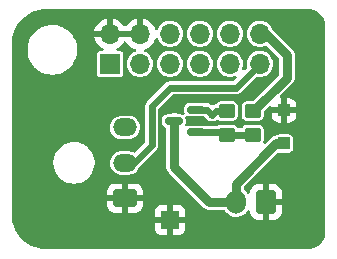
<source format=gtl>
G04 #@! TF.GenerationSoftware,KiCad,Pcbnew,7.0.10*
G04 #@! TF.CreationDate,2024-02-05T22:52:07+01:00*
G04 #@! TF.ProjectId,PowerPCB,506f7765-7250-4434-922e-6b696361645f,rev?*
G04 #@! TF.SameCoordinates,Original*
G04 #@! TF.FileFunction,Copper,L1,Top*
G04 #@! TF.FilePolarity,Positive*
%FSLAX46Y46*%
G04 Gerber Fmt 4.6, Leading zero omitted, Abs format (unit mm)*
G04 Created by KiCad (PCBNEW 7.0.10) date 2024-02-05 22:52:07*
%MOMM*%
%LPD*%
G01*
G04 APERTURE LIST*
G04 Aperture macros list*
%AMRoundRect*
0 Rectangle with rounded corners*
0 $1 Rounding radius*
0 $2 $3 $4 $5 $6 $7 $8 $9 X,Y pos of 4 corners*
0 Add a 4 corners polygon primitive as box body*
4,1,4,$2,$3,$4,$5,$6,$7,$8,$9,$2,$3,0*
0 Add four circle primitives for the rounded corners*
1,1,$1+$1,$2,$3*
1,1,$1+$1,$4,$5*
1,1,$1+$1,$6,$7*
1,1,$1+$1,$8,$9*
0 Add four rect primitives between the rounded corners*
20,1,$1+$1,$2,$3,$4,$5,0*
20,1,$1+$1,$4,$5,$6,$7,0*
20,1,$1+$1,$6,$7,$8,$9,0*
20,1,$1+$1,$8,$9,$2,$3,0*%
G04 Aperture macros list end*
G04 #@! TA.AperFunction,SMDPad,CuDef*
%ADD10RoundRect,0.250000X-0.450000X0.350000X-0.450000X-0.350000X0.450000X-0.350000X0.450000X0.350000X0*%
G04 #@! TD*
G04 #@! TA.AperFunction,SMDPad,CuDef*
%ADD11RoundRect,0.250000X0.450000X-0.350000X0.450000X0.350000X-0.450000X0.350000X-0.450000X-0.350000X0*%
G04 #@! TD*
G04 #@! TA.AperFunction,ComponentPad*
%ADD12R,1.500000X1.500000*%
G04 #@! TD*
G04 #@! TA.AperFunction,SMDPad,CuDef*
%ADD13RoundRect,0.250000X-0.300000X0.300000X-0.300000X-0.300000X0.300000X-0.300000X0.300000X0.300000X0*%
G04 #@! TD*
G04 #@! TA.AperFunction,ComponentPad*
%ADD14RoundRect,0.250000X0.600000X0.750000X-0.600000X0.750000X-0.600000X-0.750000X0.600000X-0.750000X0*%
G04 #@! TD*
G04 #@! TA.AperFunction,ComponentPad*
%ADD15O,1.700000X2.000000*%
G04 #@! TD*
G04 #@! TA.AperFunction,SMDPad,CuDef*
%ADD16RoundRect,0.150000X0.587500X0.150000X-0.587500X0.150000X-0.587500X-0.150000X0.587500X-0.150000X0*%
G04 #@! TD*
G04 #@! TA.AperFunction,ComponentPad*
%ADD17RoundRect,0.250001X0.759999X-0.499999X0.759999X0.499999X-0.759999X0.499999X-0.759999X-0.499999X0*%
G04 #@! TD*
G04 #@! TA.AperFunction,ComponentPad*
%ADD18O,2.020000X1.500000*%
G04 #@! TD*
G04 #@! TA.AperFunction,ComponentPad*
%ADD19R,1.700000X1.700000*%
G04 #@! TD*
G04 #@! TA.AperFunction,ComponentPad*
%ADD20O,1.700000X1.700000*%
G04 #@! TD*
G04 #@! TA.AperFunction,ViaPad*
%ADD21C,0.600000*%
G04 #@! TD*
G04 #@! TA.AperFunction,Conductor*
%ADD22C,0.600000*%
G04 #@! TD*
G04 #@! TA.AperFunction,Conductor*
%ADD23C,0.800000*%
G04 #@! TD*
G04 APERTURE END LIST*
D10*
X120477000Y-52684250D03*
X120477000Y-54684250D03*
D11*
X118266250Y-54684250D03*
X118266250Y-52684250D03*
D12*
X113462000Y-61900000D03*
D13*
X123114000Y-52626000D03*
X123114000Y-55426000D03*
D14*
X121570000Y-60393000D03*
D15*
X119070000Y-60393000D03*
D16*
X115669500Y-54468000D03*
X115669500Y-52568000D03*
X113794500Y-53518000D03*
D17*
X109654000Y-60074000D03*
D18*
X109654000Y-57074000D03*
X109654000Y-54074000D03*
D19*
X108382000Y-48692000D03*
D20*
X108382000Y-46152000D03*
X110922000Y-48692000D03*
X110922000Y-46152000D03*
X113462000Y-48692000D03*
X113462000Y-46152000D03*
X116002000Y-48692000D03*
X116002000Y-46152000D03*
X118542000Y-48692000D03*
X118542000Y-46152000D03*
X121082000Y-48692000D03*
X121082000Y-46152000D03*
D21*
X117018000Y-53010000D03*
D22*
X118266250Y-54684250D02*
X120477000Y-54684250D01*
X118050000Y-54468000D02*
X118266250Y-54684250D01*
X115669500Y-54468000D02*
X118050000Y-54468000D01*
X116576000Y-52568000D02*
X117018000Y-53010000D01*
X115669500Y-52568000D02*
X116576000Y-52568000D01*
X118266250Y-52684250D02*
X117343750Y-52684250D01*
X117343750Y-52684250D02*
X117018000Y-53010000D01*
X118266250Y-52684250D02*
X118266250Y-52771750D01*
D23*
X123368000Y-47930000D02*
X123368000Y-49880750D01*
X123368000Y-49880750D02*
X120477000Y-52684250D01*
X121590000Y-46152000D02*
X123368000Y-47930000D01*
X121082000Y-46152000D02*
X121590000Y-46152000D01*
X119070000Y-58832000D02*
X119070000Y-60393000D01*
X116781000Y-60393000D02*
X119070000Y-60393000D01*
X113794500Y-53518000D02*
X113794500Y-57406500D01*
X123114000Y-55426000D02*
X122476000Y-55426000D01*
X113794500Y-57406500D02*
X116781000Y-60393000D01*
X122476000Y-55426000D02*
X119070000Y-58832000D01*
D22*
X111938000Y-52248000D02*
X111938000Y-55550000D01*
X110414000Y-57074000D02*
X109654000Y-57074000D01*
X111938000Y-55550000D02*
X110414000Y-57074000D01*
X113462000Y-50724000D02*
X111938000Y-52248000D01*
X121082000Y-48692000D02*
X119050000Y-50724000D01*
X119050000Y-50724000D02*
X113462000Y-50724000D01*
G04 #@! TA.AperFunction,Conductor*
G36*
X110462507Y-45942156D02*
G01*
X110422000Y-46080111D01*
X110422000Y-46223889D01*
X110462507Y-46361844D01*
X110488314Y-46402000D01*
X108815686Y-46402000D01*
X108841493Y-46361844D01*
X108882000Y-46223889D01*
X108882000Y-46080111D01*
X108841493Y-45942156D01*
X108815686Y-45902000D01*
X110488314Y-45902000D01*
X110462507Y-45942156D01*
G37*
G04 #@! TD.AperFunction*
G04 #@! TA.AperFunction,Conductor*
G36*
X125174853Y-44050881D02*
G01*
X125387028Y-44067580D01*
X125406237Y-44070623D01*
X125608437Y-44119167D01*
X125626930Y-44125176D01*
X125784353Y-44190382D01*
X125819044Y-44204752D01*
X125836381Y-44213586D01*
X126013672Y-44322230D01*
X126029414Y-44333667D01*
X126187530Y-44468711D01*
X126201288Y-44482469D01*
X126336332Y-44640585D01*
X126347769Y-44656327D01*
X126456413Y-44833618D01*
X126465247Y-44850955D01*
X126544821Y-45043063D01*
X126550834Y-45061569D01*
X126599375Y-45263757D01*
X126602419Y-45282975D01*
X126619118Y-45495146D01*
X126619500Y-45504875D01*
X126619500Y-62934284D01*
X126619045Y-62944896D01*
X126600897Y-63156172D01*
X126597763Y-63175177D01*
X126548153Y-63376874D01*
X126542114Y-63395164D01*
X126461866Y-63586747D01*
X126453067Y-63603881D01*
X126344113Y-63780731D01*
X126332766Y-63796296D01*
X126197748Y-63954128D01*
X126184128Y-63967748D01*
X126026296Y-64102766D01*
X126010731Y-64114113D01*
X125833881Y-64223067D01*
X125816747Y-64231866D01*
X125625164Y-64312114D01*
X125606874Y-64318153D01*
X125405177Y-64367763D01*
X125386172Y-64370897D01*
X125174896Y-64389045D01*
X125164284Y-64389500D01*
X103003481Y-64389500D01*
X102996528Y-64389305D01*
X102676712Y-64371344D01*
X102662894Y-64369787D01*
X102350542Y-64316716D01*
X102336985Y-64313622D01*
X102032530Y-64225910D01*
X102019406Y-64221317D01*
X101726695Y-64100073D01*
X101714166Y-64094040D01*
X101436860Y-63940778D01*
X101425094Y-63933385D01*
X101166687Y-63750035D01*
X101155825Y-63741372D01*
X100919581Y-63530250D01*
X100909749Y-63520418D01*
X100698627Y-63284174D01*
X100689966Y-63273314D01*
X100506611Y-63014900D01*
X100499221Y-63003139D01*
X100345955Y-62725826D01*
X100339926Y-62713304D01*
X100218682Y-62420593D01*
X100214089Y-62407469D01*
X100139913Y-62150000D01*
X112212000Y-62150000D01*
X112212000Y-62697844D01*
X112218401Y-62757372D01*
X112218403Y-62757379D01*
X112268645Y-62892086D01*
X112268649Y-62892093D01*
X112354809Y-63007187D01*
X112354812Y-63007190D01*
X112469906Y-63093350D01*
X112469913Y-63093354D01*
X112604620Y-63143596D01*
X112604627Y-63143598D01*
X112664155Y-63149999D01*
X112664172Y-63150000D01*
X113212000Y-63150000D01*
X113212000Y-62150000D01*
X112212000Y-62150000D01*
X100139913Y-62150000D01*
X100126377Y-62103014D01*
X100123283Y-62089457D01*
X100105893Y-61987108D01*
X100096071Y-61929302D01*
X113108372Y-61929302D01*
X113137047Y-62042538D01*
X113200936Y-62140327D01*
X113293115Y-62212072D01*
X113403595Y-62250000D01*
X113491005Y-62250000D01*
X113577216Y-62235614D01*
X113679947Y-62180019D01*
X113707581Y-62150000D01*
X113712000Y-62150000D01*
X113712000Y-63150000D01*
X114259828Y-63150000D01*
X114259844Y-63149999D01*
X114319372Y-63143598D01*
X114319379Y-63143596D01*
X114454086Y-63093354D01*
X114454093Y-63093350D01*
X114569187Y-63007190D01*
X114569190Y-63007187D01*
X114655350Y-62892093D01*
X114655354Y-62892086D01*
X114705596Y-62757379D01*
X114705598Y-62757372D01*
X114711999Y-62697844D01*
X114712000Y-62697827D01*
X114712000Y-62150000D01*
X113712000Y-62150000D01*
X113707581Y-62150000D01*
X113759060Y-62094079D01*
X113805982Y-61987108D01*
X113815628Y-61870698D01*
X113786953Y-61757462D01*
X113723064Y-61659673D01*
X113630885Y-61587928D01*
X113520405Y-61550000D01*
X113432995Y-61550000D01*
X113346784Y-61564386D01*
X113244053Y-61619981D01*
X113164940Y-61705921D01*
X113118018Y-61812892D01*
X113108372Y-61929302D01*
X100096071Y-61929302D01*
X100070210Y-61777094D01*
X100068656Y-61763297D01*
X100062293Y-61650000D01*
X112212000Y-61650000D01*
X113212000Y-61650000D01*
X113212000Y-60650000D01*
X113712000Y-60650000D01*
X113712000Y-61650000D01*
X114712000Y-61650000D01*
X114712000Y-61102172D01*
X114711999Y-61102155D01*
X114705598Y-61042627D01*
X114705596Y-61042620D01*
X114655354Y-60907913D01*
X114655350Y-60907906D01*
X114569190Y-60792812D01*
X114569187Y-60792809D01*
X114454093Y-60706649D01*
X114454086Y-60706645D01*
X114319379Y-60656403D01*
X114319372Y-60656401D01*
X114259844Y-60650000D01*
X113712000Y-60650000D01*
X113212000Y-60650000D01*
X112664155Y-60650000D01*
X112604627Y-60656401D01*
X112604620Y-60656403D01*
X112469913Y-60706645D01*
X112469906Y-60706649D01*
X112354812Y-60792809D01*
X112354809Y-60792812D01*
X112268649Y-60907906D01*
X112268645Y-60907913D01*
X112218403Y-61042620D01*
X112218401Y-61042627D01*
X112212000Y-61102155D01*
X112212000Y-61650000D01*
X100062293Y-61650000D01*
X100050695Y-61443472D01*
X100050500Y-61436519D01*
X100050500Y-60623985D01*
X108144000Y-60623985D01*
X108154493Y-60726689D01*
X108154494Y-60726696D01*
X108209641Y-60893118D01*
X108209643Y-60893123D01*
X108301684Y-61042344D01*
X108425655Y-61166315D01*
X108574876Y-61258356D01*
X108574881Y-61258358D01*
X108741303Y-61313505D01*
X108741310Y-61313506D01*
X108844014Y-61323999D01*
X108844027Y-61324000D01*
X109404000Y-61324000D01*
X109404000Y-60520494D01*
X109508839Y-60568373D01*
X109617527Y-60584000D01*
X109690473Y-60584000D01*
X109799161Y-60568373D01*
X109904000Y-60520494D01*
X109904000Y-61324000D01*
X110463973Y-61324000D01*
X110463985Y-61323999D01*
X110566689Y-61313506D01*
X110566696Y-61313505D01*
X110733118Y-61258358D01*
X110733123Y-61258356D01*
X110882344Y-61166315D01*
X111006315Y-61042344D01*
X111098356Y-60893123D01*
X111098358Y-60893118D01*
X111153505Y-60726696D01*
X111153506Y-60726689D01*
X111163999Y-60623985D01*
X111164000Y-60623972D01*
X111164000Y-60324000D01*
X110099572Y-60324000D01*
X110122682Y-60288040D01*
X110164000Y-60147327D01*
X110164000Y-60000673D01*
X110122682Y-59859960D01*
X110099572Y-59824000D01*
X111164000Y-59824000D01*
X111164000Y-59524027D01*
X111163999Y-59524014D01*
X111153506Y-59421310D01*
X111153505Y-59421303D01*
X111098358Y-59254881D01*
X111098356Y-59254876D01*
X111006315Y-59105655D01*
X110882344Y-58981684D01*
X110733123Y-58889643D01*
X110733118Y-58889641D01*
X110566696Y-58834494D01*
X110566689Y-58834493D01*
X110463985Y-58824000D01*
X109904000Y-58824000D01*
X109904000Y-59627505D01*
X109799161Y-59579627D01*
X109690473Y-59564000D01*
X109617527Y-59564000D01*
X109508839Y-59579627D01*
X109404000Y-59627505D01*
X109404000Y-58824000D01*
X108844014Y-58824000D01*
X108741310Y-58834493D01*
X108741303Y-58834494D01*
X108574881Y-58889641D01*
X108574876Y-58889643D01*
X108425655Y-58981684D01*
X108301684Y-59105655D01*
X108209643Y-59254876D01*
X108209641Y-59254881D01*
X108154494Y-59421303D01*
X108154493Y-59421310D01*
X108144000Y-59524014D01*
X108144000Y-59824000D01*
X109208428Y-59824000D01*
X109185318Y-59859960D01*
X109144000Y-60000673D01*
X109144000Y-60147327D01*
X109185318Y-60288040D01*
X109208428Y-60324000D01*
X108144000Y-60324000D01*
X108144000Y-60623985D01*
X100050500Y-60623985D01*
X100050500Y-57205187D01*
X103583500Y-57205187D01*
X103603373Y-57337028D01*
X103622604Y-57464615D01*
X103622605Y-57464617D01*
X103622606Y-57464623D01*
X103699938Y-57715326D01*
X103813767Y-57951696D01*
X103813768Y-57951697D01*
X103813770Y-57951700D01*
X103813772Y-57951704D01*
X103814857Y-57953295D01*
X103961567Y-58168479D01*
X104140014Y-58360801D01*
X104140018Y-58360804D01*
X104140019Y-58360805D01*
X104345143Y-58524386D01*
X104572357Y-58655568D01*
X104816584Y-58751420D01*
X105072370Y-58809802D01*
X105072376Y-58809802D01*
X105072379Y-58809803D01*
X105268484Y-58824499D01*
X105268503Y-58824499D01*
X105268506Y-58824500D01*
X105268508Y-58824500D01*
X105399492Y-58824500D01*
X105399494Y-58824500D01*
X105399496Y-58824499D01*
X105399515Y-58824499D01*
X105595620Y-58809803D01*
X105595622Y-58809802D01*
X105595630Y-58809802D01*
X105851416Y-58751420D01*
X106095643Y-58655568D01*
X106322857Y-58524386D01*
X106527981Y-58360805D01*
X106706433Y-58168479D01*
X106854228Y-57951704D01*
X106968063Y-57715323D01*
X107045396Y-57464615D01*
X107084500Y-57205182D01*
X107084500Y-57124936D01*
X108389631Y-57124936D01*
X108420442Y-57326063D01*
X108420445Y-57326075D01*
X108491111Y-57516881D01*
X108491113Y-57516884D01*
X108491114Y-57516887D01*
X108504783Y-57538817D01*
X108598745Y-57689567D01*
X108598747Y-57689569D01*
X108598748Y-57689571D01*
X108738941Y-57837053D01*
X108867344Y-57926424D01*
X108905949Y-57953294D01*
X108905950Y-57953294D01*
X108905951Y-57953295D01*
X109092942Y-58033540D01*
X109292259Y-58074500D01*
X109964743Y-58074500D01*
X110116439Y-58059074D01*
X110310579Y-57998162D01*
X110310580Y-57998161D01*
X110310588Y-57998159D01*
X110488502Y-57899409D01*
X110642895Y-57766866D01*
X110767448Y-57605958D01*
X110857060Y-57423271D01*
X110857060Y-57423270D01*
X110859830Y-57417624D01*
X110861202Y-57418297D01*
X110884360Y-57382163D01*
X112319130Y-55947392D01*
X112322115Y-55944507D01*
X112369044Y-55900680D01*
X112390392Y-55865572D01*
X112397535Y-55855080D01*
X112422360Y-55822344D01*
X112422359Y-55822344D01*
X112422361Y-55822343D01*
X112428943Y-55805650D01*
X112438348Y-55786713D01*
X112447672Y-55771382D01*
X112458757Y-55731816D01*
X112462802Y-55719790D01*
X112462827Y-55719725D01*
X112477876Y-55681565D01*
X112479710Y-55663715D01*
X112483659Y-55642941D01*
X112488500Y-55625666D01*
X112488500Y-55584574D01*
X112489150Y-55571894D01*
X112492968Y-55534750D01*
X112493351Y-55531029D01*
X112490303Y-55513348D01*
X112488500Y-55492281D01*
X112488500Y-53699517D01*
X112806500Y-53699517D01*
X112817292Y-53767657D01*
X112821354Y-53793304D01*
X112878950Y-53906342D01*
X112878952Y-53906344D01*
X112878954Y-53906347D01*
X112968652Y-53996045D01*
X112968656Y-53996048D01*
X112968658Y-53996050D01*
X113076297Y-54050895D01*
X113127091Y-54098867D01*
X113144000Y-54161378D01*
X113144000Y-57320994D01*
X113142232Y-57337005D01*
X113142474Y-57337028D01*
X113141740Y-57344794D01*
X113143939Y-57414762D01*
X113144000Y-57418657D01*
X113144000Y-57447420D01*
X113144001Y-57447438D01*
X113144553Y-57451811D01*
X113145468Y-57463441D01*
X113146902Y-57509067D01*
X113146903Y-57509070D01*
X113152823Y-57529448D01*
X113156768Y-57548496D01*
X113159428Y-57569554D01*
X113159431Y-57569565D01*
X113176237Y-57612014D01*
X113180020Y-57623063D01*
X113192754Y-57666895D01*
X113192755Y-57666897D01*
X113203560Y-57685166D01*
X113212117Y-57702634D01*
X113217142Y-57715323D01*
X113219932Y-57722372D01*
X113246766Y-57759306D01*
X113253178Y-57769068D01*
X113276419Y-57808365D01*
X113276423Y-57808369D01*
X113291425Y-57823371D01*
X113304063Y-57838169D01*
X113316533Y-57855333D01*
X113316536Y-57855337D01*
X113351713Y-57884437D01*
X113360354Y-57892300D01*
X116260564Y-60792509D01*
X116270640Y-60805086D01*
X116270827Y-60804932D01*
X116275794Y-60810937D01*
X116326847Y-60858878D01*
X116329647Y-60861592D01*
X116349962Y-60881908D01*
X116353439Y-60884605D01*
X116362320Y-60892190D01*
X116395607Y-60923448D01*
X116402517Y-60927247D01*
X116414207Y-60933674D01*
X116430468Y-60944355D01*
X116447237Y-60957363D01*
X116489144Y-60975497D01*
X116499618Y-60980628D01*
X116539632Y-61002627D01*
X116560193Y-61007905D01*
X116578597Y-61014207D01*
X116598074Y-61022636D01*
X116643178Y-61029779D01*
X116654597Y-61032144D01*
X116698823Y-61043500D01*
X116720045Y-61043500D01*
X116739442Y-61045026D01*
X116760405Y-61048347D01*
X116805860Y-61044050D01*
X116817530Y-61043500D01*
X118014307Y-61043500D01*
X118081346Y-61063185D01*
X118124523Y-61110682D01*
X118139988Y-61140682D01*
X118269905Y-61305883D01*
X118269909Y-61305887D01*
X118428746Y-61443521D01*
X118610750Y-61548601D01*
X118610752Y-61548601D01*
X118610756Y-61548604D01*
X118809367Y-61617344D01*
X119017398Y-61647254D01*
X119227330Y-61637254D01*
X119431576Y-61587704D01*
X119517199Y-61548601D01*
X119622743Y-61500401D01*
X119622746Y-61500399D01*
X119622753Y-61500396D01*
X119793952Y-61378486D01*
X119863179Y-61305883D01*
X119938984Y-61226380D01*
X119938983Y-61226380D01*
X119938986Y-61226378D01*
X119992755Y-61142712D01*
X120045557Y-61096959D01*
X120114715Y-61087015D01*
X120178271Y-61116040D01*
X120216046Y-61174818D01*
X120220427Y-61197151D01*
X120230494Y-61295697D01*
X120285641Y-61462119D01*
X120285643Y-61462124D01*
X120377684Y-61611345D01*
X120501654Y-61735315D01*
X120650875Y-61827356D01*
X120650880Y-61827358D01*
X120817302Y-61882505D01*
X120817309Y-61882506D01*
X120920019Y-61892999D01*
X121319999Y-61892999D01*
X121320000Y-61892998D01*
X121320000Y-60828501D01*
X121427685Y-60877680D01*
X121534237Y-60893000D01*
X121605763Y-60893000D01*
X121712315Y-60877680D01*
X121820000Y-60828501D01*
X121820000Y-61892999D01*
X122219972Y-61892999D01*
X122219986Y-61892998D01*
X122322697Y-61882505D01*
X122489119Y-61827358D01*
X122489124Y-61827356D01*
X122638345Y-61735315D01*
X122762315Y-61611345D01*
X122854356Y-61462124D01*
X122854358Y-61462119D01*
X122909505Y-61295697D01*
X122909506Y-61295690D01*
X122919999Y-61192986D01*
X122920000Y-61192973D01*
X122920000Y-60643000D01*
X122003686Y-60643000D01*
X122029493Y-60602844D01*
X122070000Y-60464889D01*
X122070000Y-60321111D01*
X122029493Y-60183156D01*
X122003686Y-60143000D01*
X122919999Y-60143000D01*
X122919999Y-59593028D01*
X122919998Y-59593013D01*
X122909505Y-59490302D01*
X122854358Y-59323880D01*
X122854356Y-59323875D01*
X122762315Y-59174654D01*
X122638345Y-59050684D01*
X122489124Y-58958643D01*
X122489119Y-58958641D01*
X122322697Y-58903494D01*
X122322690Y-58903493D01*
X122219986Y-58893000D01*
X121820000Y-58893000D01*
X121820000Y-59957498D01*
X121712315Y-59908320D01*
X121605763Y-59893000D01*
X121534237Y-59893000D01*
X121427685Y-59908320D01*
X121320000Y-59957498D01*
X121320000Y-58893000D01*
X120920028Y-58893000D01*
X120920012Y-58893001D01*
X120817302Y-58903494D01*
X120650880Y-58958641D01*
X120650875Y-58958643D01*
X120501654Y-59050684D01*
X120377684Y-59174654D01*
X120285643Y-59323875D01*
X120285641Y-59323880D01*
X120230494Y-59490302D01*
X120230493Y-59490309D01*
X120221159Y-59581675D01*
X120194763Y-59646367D01*
X120137582Y-59686518D01*
X120067771Y-59689381D01*
X120007494Y-59654047D01*
X120000331Y-59645724D01*
X119870094Y-59480116D01*
X119870090Y-59480112D01*
X119763297Y-59387575D01*
X119725523Y-59328797D01*
X119720500Y-59293862D01*
X119720500Y-59152807D01*
X119740185Y-59085768D01*
X119756814Y-59065131D01*
X122573938Y-56248006D01*
X122635259Y-56214523D01*
X122698785Y-56219065D01*
X122698965Y-56218307D01*
X122703645Y-56219412D01*
X122704947Y-56219506D01*
X122706210Y-56219976D01*
X122706517Y-56220091D01*
X122766127Y-56226500D01*
X123461872Y-56226499D01*
X123521483Y-56220091D01*
X123656331Y-56169796D01*
X123771546Y-56083546D01*
X123857796Y-55968331D01*
X123908091Y-55833483D01*
X123914500Y-55773873D01*
X123914499Y-55078128D01*
X123908091Y-55018517D01*
X123908084Y-55018499D01*
X123857797Y-54883671D01*
X123857793Y-54883664D01*
X123771547Y-54768455D01*
X123771544Y-54768452D01*
X123656335Y-54682206D01*
X123656328Y-54682202D01*
X123521486Y-54631910D01*
X123521485Y-54631909D01*
X123521483Y-54631909D01*
X123461873Y-54625500D01*
X123461863Y-54625500D01*
X122766129Y-54625500D01*
X122766123Y-54625501D01*
X122706516Y-54631908D01*
X122571671Y-54682202D01*
X122571669Y-54682203D01*
X122477534Y-54752672D01*
X122412069Y-54777088D01*
X122407123Y-54777343D01*
X122373434Y-54778402D01*
X122373424Y-54778404D01*
X122353048Y-54784323D01*
X122334008Y-54788266D01*
X122312947Y-54790927D01*
X122312938Y-54790929D01*
X122270491Y-54807735D01*
X122259442Y-54811518D01*
X122215602Y-54824255D01*
X122197332Y-54835060D01*
X122179863Y-54843618D01*
X122160128Y-54851432D01*
X122160126Y-54851433D01*
X122123201Y-54878260D01*
X122113442Y-54884671D01*
X122074132Y-54907920D01*
X122059126Y-54922926D01*
X122044336Y-54935558D01*
X122027167Y-54948032D01*
X122027165Y-54948034D01*
X121998056Y-54983219D01*
X121990196Y-54991856D01*
X121574779Y-55407273D01*
X121513456Y-55440758D01*
X121443764Y-55435774D01*
X121387831Y-55393902D01*
X121363414Y-55328438D01*
X121370916Y-55276259D01*
X121421091Y-55141732D01*
X121422433Y-55129249D01*
X121427500Y-55082123D01*
X121427499Y-54286378D01*
X121421091Y-54226767D01*
X121420911Y-54226285D01*
X121370797Y-54091921D01*
X121370793Y-54091914D01*
X121284547Y-53976705D01*
X121284544Y-53976702D01*
X121169335Y-53890456D01*
X121169328Y-53890452D01*
X121034482Y-53840158D01*
X121034483Y-53840158D01*
X120974883Y-53833751D01*
X120974881Y-53833750D01*
X120974873Y-53833750D01*
X120974864Y-53833750D01*
X119979129Y-53833750D01*
X119979123Y-53833751D01*
X119919516Y-53840158D01*
X119784671Y-53890452D01*
X119784664Y-53890456D01*
X119669456Y-53976702D01*
X119669455Y-53976703D01*
X119669454Y-53976704D01*
X119604469Y-54063513D01*
X119589087Y-54084061D01*
X119533153Y-54125932D01*
X119489820Y-54133750D01*
X119253430Y-54133750D01*
X119186391Y-54114065D01*
X119154163Y-54084061D01*
X119138781Y-54063513D01*
X119073796Y-53976704D01*
X119024062Y-53939473D01*
X118958585Y-53890456D01*
X118958578Y-53890452D01*
X118823732Y-53840158D01*
X118823733Y-53840158D01*
X118764133Y-53833751D01*
X118764131Y-53833750D01*
X118764123Y-53833750D01*
X118764114Y-53833750D01*
X117768379Y-53833750D01*
X117768373Y-53833751D01*
X117708766Y-53840158D01*
X117573921Y-53890452D01*
X117573919Y-53890453D01*
X117570828Y-53892768D01*
X117567210Y-53894117D01*
X117566136Y-53894704D01*
X117566051Y-53894549D01*
X117505363Y-53917184D01*
X117496518Y-53917500D01*
X115050482Y-53917500D01*
X114956696Y-53932354D01*
X114942724Y-53939473D01*
X114874055Y-53952367D01*
X114809315Y-53926088D01*
X114769060Y-53868981D01*
X114766232Y-53802960D01*
X114766120Y-53802943D01*
X114766207Y-53802389D01*
X114766070Y-53799175D01*
X114767519Y-53794105D01*
X114782499Y-53699524D01*
X114782500Y-53699519D01*
X114782499Y-53336482D01*
X114767646Y-53242696D01*
X114767645Y-53242694D01*
X114766119Y-53233057D01*
X114768142Y-53232736D01*
X114766506Y-53175494D01*
X114802584Y-53115660D01*
X114865284Y-53084830D01*
X114934698Y-53092792D01*
X114942708Y-53096519D01*
X114956696Y-53103646D01*
X114956698Y-53103646D01*
X114956700Y-53103647D01*
X114956698Y-53103647D01*
X115050475Y-53118499D01*
X115050481Y-53118500D01*
X115579392Y-53118499D01*
X115579402Y-53118500D01*
X115593835Y-53118500D01*
X116296613Y-53118500D01*
X116363652Y-53138185D01*
X116384294Y-53154819D01*
X116597475Y-53367999D01*
X116608170Y-53380194D01*
X116625378Y-53402620D01*
X116629399Y-53405706D01*
X116647370Y-53422585D01*
X116649278Y-53424773D01*
X116652808Y-53428821D01*
X116694028Y-53455857D01*
X116695213Y-53456634D01*
X116702668Y-53461928D01*
X116740375Y-53490861D01*
X116740377Y-53490861D01*
X116742959Y-53492843D01*
X116745658Y-53494361D01*
X116751538Y-53496680D01*
X116774057Y-53508348D01*
X116777695Y-53510733D01*
X116779347Y-53511817D01*
X116824044Y-53526003D01*
X116833928Y-53529611D01*
X116874291Y-53546330D01*
X116874296Y-53546330D01*
X116877286Y-53547132D01*
X116883244Y-53549098D01*
X116886433Y-53549875D01*
X116886435Y-53549876D01*
X116892726Y-53550522D01*
X116917550Y-53555681D01*
X116923584Y-53557596D01*
X116966578Y-53559064D01*
X116978527Y-53560052D01*
X117018000Y-53565250D01*
X117018000Y-53565249D01*
X117018001Y-53565250D01*
X117026135Y-53565250D01*
X117026135Y-53565901D01*
X117028500Y-53565868D01*
X117028493Y-53565640D01*
X117036962Y-53565350D01*
X117036971Y-53565351D01*
X117043197Y-53564277D01*
X117068512Y-53562546D01*
X117071682Y-53562654D01*
X117074824Y-53562762D01*
X117074824Y-53562761D01*
X117074826Y-53562762D01*
X117112886Y-53553486D01*
X117126052Y-53551023D01*
X117161709Y-53546330D01*
X117161714Y-53546327D01*
X117169564Y-53544225D01*
X117169599Y-53544358D01*
X117185610Y-53539724D01*
X117186100Y-53539640D01*
X117191814Y-53536921D01*
X117215717Y-53528427D01*
X117221852Y-53526933D01*
X117252634Y-53509624D01*
X117265948Y-53503152D01*
X117295625Y-53490861D01*
X117296558Y-53490144D01*
X117318808Y-53476526D01*
X117322761Y-53474647D01*
X117327525Y-53470492D01*
X117348251Y-53455862D01*
X117353759Y-53452766D01*
X117357570Y-53448953D01*
X117418889Y-53415463D01*
X117488581Y-53420441D01*
X117519570Y-53437361D01*
X117573914Y-53478043D01*
X117573921Y-53478047D01*
X117708767Y-53528341D01*
X117708766Y-53528341D01*
X117715694Y-53529085D01*
X117768377Y-53534750D01*
X118764122Y-53534749D01*
X118823733Y-53528341D01*
X118958581Y-53478046D01*
X119073796Y-53391796D01*
X119160046Y-53276581D01*
X119210341Y-53141733D01*
X119216750Y-53082123D01*
X119216750Y-53082120D01*
X119526500Y-53082120D01*
X119526501Y-53082126D01*
X119532908Y-53141733D01*
X119583202Y-53276578D01*
X119583206Y-53276585D01*
X119669452Y-53391794D01*
X119669455Y-53391797D01*
X119784664Y-53478043D01*
X119784671Y-53478047D01*
X119919517Y-53528341D01*
X119919516Y-53528341D01*
X119926444Y-53529085D01*
X119979127Y-53534750D01*
X120974872Y-53534749D01*
X121034483Y-53528341D01*
X121169331Y-53478046D01*
X121284546Y-53391796D01*
X121370796Y-53276581D01*
X121421091Y-53141733D01*
X121427500Y-53082123D01*
X121427499Y-52876000D01*
X122064001Y-52876000D01*
X122064001Y-52975986D01*
X122074494Y-53078697D01*
X122129641Y-53245119D01*
X122129643Y-53245124D01*
X122221684Y-53394345D01*
X122345654Y-53518315D01*
X122494875Y-53610356D01*
X122494880Y-53610358D01*
X122661302Y-53665505D01*
X122661309Y-53665506D01*
X122764019Y-53675999D01*
X122864000Y-53675998D01*
X122864000Y-52876000D01*
X123364000Y-52876000D01*
X123364000Y-53675999D01*
X123463972Y-53675999D01*
X123463986Y-53675998D01*
X123566697Y-53665505D01*
X123733119Y-53610358D01*
X123733124Y-53610356D01*
X123882345Y-53518315D01*
X124006315Y-53394345D01*
X124098356Y-53245124D01*
X124098358Y-53245119D01*
X124153505Y-53078697D01*
X124153506Y-53078690D01*
X124163999Y-52975986D01*
X124164000Y-52975973D01*
X124164000Y-52876000D01*
X123364000Y-52876000D01*
X122864000Y-52876000D01*
X122064001Y-52876000D01*
X121427499Y-52876000D01*
X121427499Y-52721130D01*
X121447183Y-52654092D01*
X121465175Y-52632113D01*
X121853679Y-52255366D01*
X121915506Y-52222830D01*
X121985113Y-52228885D01*
X122040397Y-52271610D01*
X122063805Y-52337442D01*
X122064000Y-52344387D01*
X122064000Y-52376000D01*
X122864000Y-52376000D01*
X122864000Y-51576000D01*
X123364000Y-51576000D01*
X123364000Y-52376000D01*
X124163999Y-52376000D01*
X124163999Y-52276028D01*
X124163998Y-52276013D01*
X124153505Y-52173302D01*
X124098358Y-52006880D01*
X124098356Y-52006875D01*
X124006315Y-51857654D01*
X123882345Y-51733684D01*
X123733124Y-51641643D01*
X123733119Y-51641641D01*
X123566697Y-51586494D01*
X123566690Y-51586493D01*
X123463986Y-51576000D01*
X123364000Y-51576000D01*
X122864000Y-51576000D01*
X122864000Y-51575999D01*
X122860239Y-51575999D01*
X122793200Y-51556314D01*
X122747445Y-51503510D01*
X122737501Y-51434352D01*
X122766526Y-51370796D01*
X122773882Y-51363015D01*
X123763791Y-50403066D01*
X123783675Y-50387388D01*
X123785940Y-50385952D01*
X123829810Y-50339233D01*
X123833836Y-50335142D01*
X123850231Y-50319245D01*
X123856720Y-50311138D01*
X123863102Y-50303781D01*
X123898448Y-50266143D01*
X123905788Y-50252790D01*
X123917646Y-50235037D01*
X123927168Y-50223145D01*
X123948392Y-50176094D01*
X123952750Y-50167366D01*
X123977627Y-50122118D01*
X123981416Y-50107359D01*
X123988488Y-50087211D01*
X123994751Y-50073328D01*
X124003608Y-50022470D01*
X124005662Y-50012924D01*
X124018500Y-49962927D01*
X124018500Y-49947697D01*
X124020339Y-49926418D01*
X124022953Y-49911411D01*
X124018886Y-49859962D01*
X124018500Y-49850190D01*
X124018500Y-48015503D01*
X124020268Y-47999491D01*
X124020026Y-47999469D01*
X124020760Y-47991706D01*
X124018561Y-47921722D01*
X124018500Y-47917828D01*
X124018500Y-47889078D01*
X124018499Y-47889071D01*
X124017950Y-47884725D01*
X124017031Y-47873062D01*
X124015598Y-47827431D01*
X124009676Y-47807050D01*
X124005731Y-47787995D01*
X124003072Y-47766949D01*
X124003071Y-47766947D01*
X124003071Y-47766942D01*
X123986267Y-47724501D01*
X123982484Y-47713452D01*
X123969745Y-47669602D01*
X123963100Y-47658366D01*
X123958936Y-47651324D01*
X123950378Y-47633855D01*
X123942568Y-47614129D01*
X123915721Y-47577179D01*
X123909331Y-47567449D01*
X123886081Y-47528135D01*
X123871075Y-47513129D01*
X123858435Y-47498330D01*
X123845961Y-47481160D01*
X123810780Y-47452056D01*
X123802140Y-47444194D01*
X122128756Y-45770810D01*
X122105437Y-45738400D01*
X122021673Y-45570180D01*
X122021673Y-45570179D01*
X121898764Y-45407421D01*
X121898762Y-45407418D01*
X121748041Y-45270019D01*
X121748039Y-45270017D01*
X121574642Y-45162655D01*
X121574635Y-45162651D01*
X121448769Y-45113891D01*
X121384456Y-45088976D01*
X121183976Y-45051500D01*
X120980024Y-45051500D01*
X120779544Y-45088976D01*
X120779541Y-45088976D01*
X120779541Y-45088977D01*
X120589364Y-45162651D01*
X120589357Y-45162655D01*
X120415960Y-45270017D01*
X120415958Y-45270019D01*
X120265237Y-45407418D01*
X120142327Y-45570178D01*
X120051422Y-45752739D01*
X120051417Y-45752752D01*
X119995602Y-45948917D01*
X119976785Y-46151999D01*
X119976785Y-46152000D01*
X119995602Y-46355082D01*
X120051417Y-46551247D01*
X120051422Y-46551260D01*
X120142327Y-46733821D01*
X120265237Y-46896581D01*
X120415958Y-47033980D01*
X120415960Y-47033982D01*
X120515141Y-47095392D01*
X120589363Y-47141348D01*
X120779544Y-47215024D01*
X120980024Y-47252500D01*
X120980026Y-47252500D01*
X121183974Y-47252500D01*
X121183976Y-47252500D01*
X121384456Y-47215024D01*
X121560391Y-47146867D01*
X121630014Y-47141004D01*
X121691754Y-47173714D01*
X121692866Y-47174812D01*
X122681181Y-48163127D01*
X122714666Y-48224450D01*
X122717500Y-48250808D01*
X122717500Y-49552947D01*
X122697815Y-49619986D01*
X122679824Y-49641965D01*
X120455705Y-51798768D01*
X120393874Y-51831307D01*
X120369381Y-51833750D01*
X119979129Y-51833750D01*
X119979123Y-51833751D01*
X119919516Y-51840158D01*
X119784671Y-51890452D01*
X119784664Y-51890456D01*
X119669455Y-51976702D01*
X119669452Y-51976705D01*
X119583206Y-52091914D01*
X119583202Y-52091921D01*
X119532908Y-52226767D01*
X119526685Y-52284656D01*
X119526501Y-52286373D01*
X119526500Y-52286385D01*
X119526500Y-53082120D01*
X119216750Y-53082120D01*
X119216749Y-52286378D01*
X119210341Y-52226767D01*
X119210091Y-52226098D01*
X119160047Y-52091921D01*
X119160043Y-52091914D01*
X119073797Y-51976705D01*
X119073794Y-51976702D01*
X118958585Y-51890456D01*
X118958578Y-51890452D01*
X118823732Y-51840158D01*
X118823733Y-51840158D01*
X118764133Y-51833751D01*
X118764131Y-51833750D01*
X118764123Y-51833750D01*
X118764114Y-51833750D01*
X117768379Y-51833750D01*
X117768373Y-51833751D01*
X117708766Y-51840158D01*
X117573921Y-51890452D01*
X117573914Y-51890456D01*
X117458705Y-51976702D01*
X117380045Y-52081778D01*
X117324111Y-52123648D01*
X117293458Y-52130816D01*
X117286924Y-52131487D01*
X117247005Y-52141215D01*
X117234534Y-52143585D01*
X117193829Y-52149180D01*
X117177366Y-52156331D01*
X117157325Y-52163070D01*
X117139900Y-52167316D01*
X117139895Y-52167318D01*
X117104084Y-52187453D01*
X117092724Y-52193095D01*
X117092190Y-52193327D01*
X117022859Y-52201986D01*
X116959852Y-52171788D01*
X116952156Y-52164234D01*
X116944775Y-52156331D01*
X116926680Y-52136956D01*
X116926678Y-52136955D01*
X116926679Y-52136955D01*
X116891575Y-52115608D01*
X116881079Y-52108464D01*
X116848341Y-52083638D01*
X116848342Y-52083638D01*
X116831642Y-52077052D01*
X116812716Y-52067652D01*
X116797380Y-52058327D01*
X116757816Y-52047241D01*
X116745786Y-52043196D01*
X116707564Y-52028124D01*
X116707556Y-52028122D01*
X116689716Y-52026288D01*
X116668951Y-52022342D01*
X116651669Y-52017500D01*
X116651665Y-52017500D01*
X116610582Y-52017500D01*
X116597902Y-52016850D01*
X116557029Y-52012648D01*
X116557024Y-52012648D01*
X116539344Y-52015697D01*
X116518276Y-52017500D01*
X115050482Y-52017500D01*
X114969519Y-52030323D01*
X114956696Y-52032354D01*
X114843658Y-52089950D01*
X114843657Y-52089951D01*
X114843652Y-52089954D01*
X114753954Y-52179652D01*
X114753951Y-52179657D01*
X114753950Y-52179658D01*
X114742573Y-52201986D01*
X114696352Y-52292698D01*
X114681500Y-52386475D01*
X114681500Y-52749517D01*
X114697881Y-52852943D01*
X114695857Y-52853263D01*
X114697490Y-52910516D01*
X114661407Y-52970347D01*
X114598704Y-53001171D01*
X114529290Y-52993203D01*
X114521280Y-52989475D01*
X114507304Y-52982354D01*
X114507303Y-52982353D01*
X114507300Y-52982352D01*
X114507301Y-52982352D01*
X114413524Y-52967500D01*
X114413519Y-52967500D01*
X114180131Y-52967500D01*
X114127336Y-52955699D01*
X113997113Y-52894421D01*
X113997111Y-52894420D01*
X113997110Y-52894420D01*
X113939119Y-52883358D01*
X113835670Y-52863624D01*
X113835666Y-52863624D01*
X113671639Y-52873944D01*
X113515329Y-52924732D01*
X113515328Y-52924732D01*
X113478352Y-52948198D01*
X113411912Y-52967500D01*
X113175482Y-52967500D01*
X113094519Y-52980323D01*
X113081696Y-52982354D01*
X112968658Y-53039950D01*
X112968657Y-53039951D01*
X112968652Y-53039954D01*
X112878954Y-53129652D01*
X112878951Y-53129657D01*
X112878950Y-53129658D01*
X112872796Y-53141736D01*
X112821352Y-53242698D01*
X112806500Y-53336475D01*
X112806500Y-53699517D01*
X112488500Y-53699517D01*
X112488500Y-52527386D01*
X112508185Y-52460347D01*
X112524819Y-52439705D01*
X113653705Y-51310819D01*
X113715028Y-51277334D01*
X113741386Y-51274500D01*
X119038478Y-51274500D01*
X119042710Y-51274572D01*
X119044674Y-51274639D01*
X119106826Y-51276762D01*
X119146755Y-51267030D01*
X119159192Y-51264667D01*
X119199920Y-51259070D01*
X119216383Y-51251918D01*
X119236416Y-51245181D01*
X119253852Y-51240933D01*
X119289695Y-51220778D01*
X119301015Y-51215157D01*
X119338720Y-51198780D01*
X119352632Y-51187460D01*
X119370123Y-51175557D01*
X119385755Y-51166768D01*
X119385753Y-51166768D01*
X119385759Y-51166766D01*
X119414822Y-51137701D01*
X119424229Y-51129212D01*
X119456108Y-51103278D01*
X119466456Y-51088616D01*
X119480074Y-51072449D01*
X120748456Y-49804067D01*
X120809777Y-49770584D01*
X120858915Y-49769861D01*
X120980024Y-49792500D01*
X120980026Y-49792500D01*
X121183974Y-49792500D01*
X121183976Y-49792500D01*
X121384456Y-49755024D01*
X121574637Y-49681348D01*
X121748041Y-49573981D01*
X121898764Y-49436579D01*
X122021673Y-49273821D01*
X122112582Y-49091250D01*
X122168397Y-48895083D01*
X122187215Y-48692000D01*
X122168397Y-48488917D01*
X122112582Y-48292750D01*
X122091697Y-48250808D01*
X122048038Y-48163127D01*
X122021673Y-48110179D01*
X121938069Y-47999469D01*
X121898762Y-47947418D01*
X121748041Y-47810019D01*
X121748039Y-47810017D01*
X121574642Y-47702655D01*
X121574635Y-47702651D01*
X121442143Y-47651324D01*
X121384456Y-47628976D01*
X121183976Y-47591500D01*
X120980024Y-47591500D01*
X120779544Y-47628976D01*
X120779541Y-47628976D01*
X120779541Y-47628977D01*
X120589364Y-47702651D01*
X120589357Y-47702655D01*
X120415960Y-47810017D01*
X120415958Y-47810019D01*
X120265237Y-47947418D01*
X120142327Y-48110178D01*
X120051422Y-48292739D01*
X120051417Y-48292752D01*
X119995602Y-48488917D01*
X119976785Y-48691999D01*
X119976785Y-48692000D01*
X119995602Y-48895081D01*
X119998873Y-48906577D01*
X119998283Y-48976444D01*
X119967286Y-49028187D01*
X119778303Y-49217170D01*
X119716980Y-49250655D01*
X119647288Y-49245671D01*
X119591355Y-49203799D01*
X119566938Y-49138335D01*
X119571356Y-49095554D01*
X119572578Y-49091256D01*
X119572582Y-49091250D01*
X119628397Y-48895083D01*
X119647215Y-48692000D01*
X119628397Y-48488917D01*
X119572582Y-48292750D01*
X119551697Y-48250808D01*
X119508038Y-48163127D01*
X119481673Y-48110179D01*
X119398069Y-47999469D01*
X119358762Y-47947418D01*
X119208041Y-47810019D01*
X119208039Y-47810017D01*
X119034642Y-47702655D01*
X119034635Y-47702651D01*
X118902143Y-47651324D01*
X118844456Y-47628976D01*
X118643976Y-47591500D01*
X118440024Y-47591500D01*
X118239544Y-47628976D01*
X118239541Y-47628976D01*
X118239541Y-47628977D01*
X118049364Y-47702651D01*
X118049357Y-47702655D01*
X117875960Y-47810017D01*
X117875958Y-47810019D01*
X117725237Y-47947418D01*
X117602327Y-48110178D01*
X117511422Y-48292739D01*
X117511417Y-48292752D01*
X117455602Y-48488917D01*
X117436785Y-48691999D01*
X117436785Y-48692000D01*
X117455602Y-48895082D01*
X117511417Y-49091247D01*
X117511422Y-49091260D01*
X117602327Y-49273821D01*
X117725237Y-49436581D01*
X117875958Y-49573980D01*
X117875960Y-49573982D01*
X117926751Y-49605430D01*
X118049363Y-49681348D01*
X118239544Y-49755024D01*
X118440024Y-49792500D01*
X118440026Y-49792500D01*
X118643974Y-49792500D01*
X118643976Y-49792500D01*
X118844456Y-49755024D01*
X118942744Y-49716946D01*
X119012368Y-49711084D01*
X119074108Y-49743794D01*
X119108363Y-49804690D01*
X119104258Y-49874439D01*
X119075220Y-49920254D01*
X118858294Y-50137181D01*
X118796971Y-50170666D01*
X118770613Y-50173500D01*
X113473522Y-50173500D01*
X113469290Y-50173428D01*
X113454570Y-50172925D01*
X113405174Y-50171238D01*
X113405173Y-50171238D01*
X113405171Y-50171238D01*
X113365255Y-50180965D01*
X113352784Y-50183335D01*
X113312079Y-50188930D01*
X113295616Y-50196081D01*
X113275575Y-50202820D01*
X113258150Y-50207066D01*
X113258145Y-50207068D01*
X113222334Y-50227203D01*
X113210970Y-50232847D01*
X113173278Y-50249220D01*
X113159357Y-50260546D01*
X113141883Y-50272438D01*
X113126244Y-50281231D01*
X113126240Y-50281235D01*
X113097186Y-50310287D01*
X113087767Y-50318788D01*
X113055892Y-50344722D01*
X113045541Y-50359385D01*
X113031920Y-50375554D01*
X111556880Y-51850593D01*
X111553837Y-51853534D01*
X111506958Y-51897317D01*
X111485606Y-51932427D01*
X111478470Y-51942911D01*
X111453639Y-51975658D01*
X111453636Y-51975663D01*
X111447055Y-51992352D01*
X111437653Y-52011283D01*
X111428327Y-52026619D01*
X111417242Y-52066181D01*
X111413198Y-52078208D01*
X111398122Y-52116440D01*
X111396288Y-52134284D01*
X111392342Y-52155048D01*
X111387501Y-52172328D01*
X111387500Y-52172337D01*
X111387500Y-52213418D01*
X111386850Y-52226098D01*
X111382648Y-52266970D01*
X111382648Y-52266975D01*
X111385697Y-52284656D01*
X111387500Y-52305724D01*
X111387500Y-55270612D01*
X111367815Y-55337651D01*
X111351181Y-55358293D01*
X110540315Y-56169158D01*
X110478992Y-56202643D01*
X110409300Y-56197659D01*
X110403733Y-56195428D01*
X110402050Y-56194705D01*
X110402049Y-56194705D01*
X110215058Y-56114460D01*
X110215056Y-56114459D01*
X110015741Y-56073500D01*
X109343258Y-56073500D01*
X109343257Y-56073500D01*
X109191560Y-56088925D01*
X108997420Y-56149837D01*
X108997405Y-56149844D01*
X108819500Y-56248589D01*
X108819495Y-56248592D01*
X108665106Y-56381132D01*
X108665104Y-56381134D01*
X108540554Y-56542037D01*
X108540553Y-56542040D01*
X108450940Y-56724728D01*
X108399937Y-56921714D01*
X108389631Y-57124936D01*
X107084500Y-57124936D01*
X107084500Y-56942818D01*
X107045396Y-56683385D01*
X106968063Y-56432677D01*
X106943240Y-56381132D01*
X106854232Y-56196303D01*
X106854231Y-56196302D01*
X106854230Y-56196301D01*
X106854228Y-56196296D01*
X106706433Y-55979521D01*
X106673917Y-55944477D01*
X106527985Y-55787198D01*
X106396107Y-55682029D01*
X106322857Y-55623614D01*
X106095643Y-55492432D01*
X105851416Y-55396580D01*
X105851411Y-55396578D01*
X105851402Y-55396576D01*
X105633818Y-55346914D01*
X105595630Y-55338198D01*
X105595629Y-55338197D01*
X105595625Y-55338197D01*
X105595620Y-55338196D01*
X105399515Y-55323500D01*
X105399494Y-55323500D01*
X105268506Y-55323500D01*
X105268484Y-55323500D01*
X105072379Y-55338196D01*
X105072374Y-55338197D01*
X104816597Y-55396576D01*
X104816578Y-55396582D01*
X104572356Y-55492432D01*
X104345143Y-55623614D01*
X104140014Y-55787198D01*
X103961567Y-55979520D01*
X103832274Y-56169158D01*
X103816934Y-56191659D01*
X103813768Y-56196302D01*
X103813767Y-56196303D01*
X103699938Y-56432673D01*
X103622606Y-56683376D01*
X103622605Y-56683381D01*
X103622604Y-56683385D01*
X103607853Y-56781247D01*
X103583500Y-56942812D01*
X103583500Y-57205187D01*
X100050500Y-57205187D01*
X100050500Y-54124936D01*
X108389631Y-54124936D01*
X108420442Y-54326063D01*
X108420445Y-54326075D01*
X108491111Y-54516881D01*
X108491115Y-54516888D01*
X108598745Y-54689567D01*
X108598749Y-54689572D01*
X108737046Y-54835060D01*
X108738941Y-54837053D01*
X108840759Y-54907920D01*
X108905949Y-54953294D01*
X108905950Y-54953294D01*
X108905951Y-54953295D01*
X109092942Y-55033540D01*
X109292259Y-55074500D01*
X109964743Y-55074500D01*
X110116439Y-55059074D01*
X110310579Y-54998162D01*
X110310580Y-54998161D01*
X110310588Y-54998159D01*
X110488502Y-54899409D01*
X110642895Y-54766866D01*
X110767448Y-54605958D01*
X110857060Y-54423271D01*
X110908063Y-54226285D01*
X110918369Y-54023064D01*
X110887556Y-53821929D01*
X110851557Y-53724728D01*
X110816888Y-53631118D01*
X110816887Y-53631117D01*
X110816886Y-53631113D01*
X110709252Y-53458429D01*
X110569059Y-53310947D01*
X110456690Y-53232736D01*
X110402050Y-53194705D01*
X110215056Y-53114459D01*
X110015741Y-53073500D01*
X109343258Y-53073500D01*
X109343257Y-53073500D01*
X109191560Y-53088925D01*
X108997420Y-53149837D01*
X108997405Y-53149844D01*
X108819500Y-53248589D01*
X108819495Y-53248592D01*
X108665106Y-53381132D01*
X108665104Y-53381134D01*
X108540554Y-53542037D01*
X108540553Y-53542040D01*
X108450940Y-53724728D01*
X108399937Y-53921714D01*
X108389631Y-54124936D01*
X100050500Y-54124936D01*
X100050500Y-47643678D01*
X101399500Y-47643678D01*
X101416443Y-47766949D01*
X101438629Y-47928357D01*
X101438630Y-47928364D01*
X101479877Y-48075578D01*
X101516156Y-48205058D01*
X101516157Y-48205061D01*
X101516158Y-48205063D01*
X101516158Y-48205064D01*
X101630634Y-48468617D01*
X101630639Y-48468625D01*
X101779945Y-48714147D01*
X101961292Y-48937053D01*
X102058873Y-49028187D01*
X102171299Y-49133187D01*
X102370533Y-49273821D01*
X102406064Y-49298901D01*
X102661203Y-49431104D01*
X102931968Y-49527334D01*
X103213314Y-49585798D01*
X103428248Y-49600500D01*
X103428255Y-49600500D01*
X103571745Y-49600500D01*
X103571752Y-49600500D01*
X103786686Y-49585798D01*
X104068032Y-49527334D01*
X104338797Y-49431104D01*
X104593936Y-49298901D01*
X104828698Y-49133189D01*
X105038708Y-48937053D01*
X105220055Y-48714147D01*
X105369361Y-48468625D01*
X105369363Y-48468620D01*
X105369365Y-48468617D01*
X105483841Y-48205064D01*
X105483844Y-48205058D01*
X105561371Y-47928358D01*
X105600500Y-47643678D01*
X105600500Y-47356322D01*
X105561371Y-47071642D01*
X105483844Y-46794942D01*
X105480026Y-46786151D01*
X105369365Y-46531382D01*
X105350338Y-46500094D01*
X105290686Y-46402000D01*
X107051364Y-46402000D01*
X107108567Y-46615486D01*
X107108570Y-46615492D01*
X107208399Y-46829578D01*
X107343894Y-47023082D01*
X107510917Y-47190105D01*
X107704421Y-47325600D01*
X107767723Y-47355118D01*
X107820162Y-47401290D01*
X107839314Y-47468484D01*
X107819098Y-47535365D01*
X107765933Y-47580700D01*
X107715318Y-47591500D01*
X107507323Y-47591500D01*
X107434264Y-47606032D01*
X107434260Y-47606033D01*
X107351399Y-47661399D01*
X107296033Y-47744260D01*
X107296032Y-47744264D01*
X107281500Y-47817321D01*
X107281500Y-49566678D01*
X107296032Y-49639735D01*
X107296033Y-49639739D01*
X107314405Y-49667235D01*
X107351399Y-49722601D01*
X107404157Y-49757852D01*
X107434260Y-49777966D01*
X107434264Y-49777967D01*
X107507321Y-49792499D01*
X107507324Y-49792500D01*
X107507326Y-49792500D01*
X109256676Y-49792500D01*
X109256677Y-49792499D01*
X109329740Y-49777966D01*
X109412601Y-49722601D01*
X109467966Y-49639740D01*
X109482500Y-49566674D01*
X109482500Y-47817326D01*
X109482500Y-47817323D01*
X109482499Y-47817321D01*
X109467967Y-47744264D01*
X109467966Y-47744260D01*
X109454767Y-47724506D01*
X109412601Y-47661399D01*
X109357235Y-47624405D01*
X109329739Y-47606033D01*
X109329735Y-47606032D01*
X109256677Y-47591500D01*
X109256674Y-47591500D01*
X109048682Y-47591500D01*
X108981643Y-47571815D01*
X108935888Y-47519011D01*
X108925944Y-47449853D01*
X108954969Y-47386297D01*
X108996277Y-47355118D01*
X109059578Y-47325600D01*
X109253082Y-47190105D01*
X109420105Y-47023082D01*
X109550425Y-46836968D01*
X109605002Y-46793344D01*
X109674501Y-46786151D01*
X109736855Y-46817673D01*
X109753575Y-46836968D01*
X109883894Y-47023082D01*
X110050917Y-47190105D01*
X110244421Y-47325600D01*
X110458507Y-47425429D01*
X110458516Y-47425433D01*
X110497583Y-47435901D01*
X110557244Y-47472266D01*
X110587773Y-47535113D01*
X110579479Y-47604488D01*
X110534993Y-47658366D01*
X110510284Y-47671302D01*
X110429373Y-47702647D01*
X110429357Y-47702655D01*
X110255960Y-47810017D01*
X110255958Y-47810019D01*
X110105237Y-47947418D01*
X109982327Y-48110178D01*
X109891422Y-48292739D01*
X109891417Y-48292752D01*
X109835602Y-48488917D01*
X109816785Y-48691999D01*
X109816785Y-48692000D01*
X109835602Y-48895082D01*
X109891417Y-49091247D01*
X109891422Y-49091260D01*
X109982327Y-49273821D01*
X110105237Y-49436581D01*
X110255958Y-49573980D01*
X110255960Y-49573982D01*
X110306751Y-49605430D01*
X110429363Y-49681348D01*
X110619544Y-49755024D01*
X110820024Y-49792500D01*
X110820026Y-49792500D01*
X111023974Y-49792500D01*
X111023976Y-49792500D01*
X111224456Y-49755024D01*
X111414637Y-49681348D01*
X111588041Y-49573981D01*
X111738764Y-49436579D01*
X111861673Y-49273821D01*
X111952582Y-49091250D01*
X112008397Y-48895083D01*
X112027215Y-48692000D01*
X112356785Y-48692000D01*
X112375602Y-48895082D01*
X112431417Y-49091247D01*
X112431422Y-49091260D01*
X112522327Y-49273821D01*
X112645237Y-49436581D01*
X112795958Y-49573980D01*
X112795960Y-49573982D01*
X112846751Y-49605430D01*
X112969363Y-49681348D01*
X113159544Y-49755024D01*
X113360024Y-49792500D01*
X113360026Y-49792500D01*
X113563974Y-49792500D01*
X113563976Y-49792500D01*
X113764456Y-49755024D01*
X113954637Y-49681348D01*
X114128041Y-49573981D01*
X114278764Y-49436579D01*
X114401673Y-49273821D01*
X114492582Y-49091250D01*
X114548397Y-48895083D01*
X114567215Y-48692000D01*
X114896785Y-48692000D01*
X114915602Y-48895082D01*
X114971417Y-49091247D01*
X114971422Y-49091260D01*
X115062327Y-49273821D01*
X115185237Y-49436581D01*
X115335958Y-49573980D01*
X115335960Y-49573982D01*
X115386751Y-49605430D01*
X115509363Y-49681348D01*
X115699544Y-49755024D01*
X115900024Y-49792500D01*
X115900026Y-49792500D01*
X116103974Y-49792500D01*
X116103976Y-49792500D01*
X116304456Y-49755024D01*
X116494637Y-49681348D01*
X116668041Y-49573981D01*
X116818764Y-49436579D01*
X116941673Y-49273821D01*
X117032582Y-49091250D01*
X117088397Y-48895083D01*
X117107215Y-48692000D01*
X117088397Y-48488917D01*
X117032582Y-48292750D01*
X117011697Y-48250808D01*
X116968038Y-48163127D01*
X116941673Y-48110179D01*
X116858069Y-47999469D01*
X116818762Y-47947418D01*
X116668041Y-47810019D01*
X116668039Y-47810017D01*
X116494642Y-47702655D01*
X116494635Y-47702651D01*
X116362143Y-47651324D01*
X116304456Y-47628976D01*
X116103976Y-47591500D01*
X115900024Y-47591500D01*
X115699544Y-47628976D01*
X115699541Y-47628976D01*
X115699541Y-47628977D01*
X115509364Y-47702651D01*
X115509357Y-47702655D01*
X115335960Y-47810017D01*
X115335958Y-47810019D01*
X115185237Y-47947418D01*
X115062327Y-48110178D01*
X114971422Y-48292739D01*
X114971417Y-48292752D01*
X114915602Y-48488917D01*
X114896785Y-48691999D01*
X114896785Y-48692000D01*
X114567215Y-48692000D01*
X114548397Y-48488917D01*
X114492582Y-48292750D01*
X114471697Y-48250808D01*
X114428038Y-48163127D01*
X114401673Y-48110179D01*
X114318069Y-47999469D01*
X114278762Y-47947418D01*
X114128041Y-47810019D01*
X114128039Y-47810017D01*
X113954642Y-47702655D01*
X113954635Y-47702651D01*
X113822143Y-47651324D01*
X113764456Y-47628976D01*
X113563976Y-47591500D01*
X113360024Y-47591500D01*
X113159544Y-47628976D01*
X113159541Y-47628976D01*
X113159541Y-47628977D01*
X112969364Y-47702651D01*
X112969357Y-47702655D01*
X112795960Y-47810017D01*
X112795958Y-47810019D01*
X112645237Y-47947418D01*
X112522327Y-48110178D01*
X112431422Y-48292739D01*
X112431417Y-48292752D01*
X112375602Y-48488917D01*
X112356785Y-48691999D01*
X112356785Y-48692000D01*
X112027215Y-48692000D01*
X112008397Y-48488917D01*
X111952582Y-48292750D01*
X111931697Y-48250808D01*
X111888038Y-48163127D01*
X111861673Y-48110179D01*
X111778069Y-47999469D01*
X111738762Y-47947418D01*
X111588041Y-47810019D01*
X111588039Y-47810017D01*
X111414642Y-47702655D01*
X111414635Y-47702651D01*
X111333715Y-47671303D01*
X111278313Y-47628730D01*
X111254723Y-47562963D01*
X111270434Y-47494883D01*
X111320458Y-47446104D01*
X111346417Y-47435901D01*
X111385481Y-47425434D01*
X111385492Y-47425429D01*
X111599578Y-47325600D01*
X111793082Y-47190105D01*
X111960105Y-47023082D01*
X112095600Y-46829578D01*
X112195429Y-46615492D01*
X112195431Y-46615489D01*
X112204406Y-46581992D01*
X112240770Y-46522331D01*
X112303616Y-46491800D01*
X112372992Y-46500094D01*
X112426871Y-46544578D01*
X112435182Y-46558811D01*
X112522327Y-46733821D01*
X112645237Y-46896581D01*
X112795958Y-47033980D01*
X112795960Y-47033982D01*
X112895141Y-47095392D01*
X112969363Y-47141348D01*
X113159544Y-47215024D01*
X113360024Y-47252500D01*
X113360026Y-47252500D01*
X113563974Y-47252500D01*
X113563976Y-47252500D01*
X113764456Y-47215024D01*
X113954637Y-47141348D01*
X114128041Y-47033981D01*
X114278764Y-46896579D01*
X114401673Y-46733821D01*
X114492582Y-46551250D01*
X114548397Y-46355083D01*
X114567215Y-46152000D01*
X114896785Y-46152000D01*
X114915602Y-46355082D01*
X114971417Y-46551247D01*
X114971422Y-46551260D01*
X115062327Y-46733821D01*
X115185237Y-46896581D01*
X115335958Y-47033980D01*
X115335960Y-47033982D01*
X115435141Y-47095392D01*
X115509363Y-47141348D01*
X115699544Y-47215024D01*
X115900024Y-47252500D01*
X115900026Y-47252500D01*
X116103974Y-47252500D01*
X116103976Y-47252500D01*
X116304456Y-47215024D01*
X116494637Y-47141348D01*
X116668041Y-47033981D01*
X116818764Y-46896579D01*
X116941673Y-46733821D01*
X117032582Y-46551250D01*
X117088397Y-46355083D01*
X117107215Y-46152000D01*
X117436785Y-46152000D01*
X117455602Y-46355082D01*
X117511417Y-46551247D01*
X117511422Y-46551260D01*
X117602327Y-46733821D01*
X117725237Y-46896581D01*
X117875958Y-47033980D01*
X117875960Y-47033982D01*
X117975141Y-47095392D01*
X118049363Y-47141348D01*
X118239544Y-47215024D01*
X118440024Y-47252500D01*
X118440026Y-47252500D01*
X118643974Y-47252500D01*
X118643976Y-47252500D01*
X118844456Y-47215024D01*
X119034637Y-47141348D01*
X119208041Y-47033981D01*
X119358764Y-46896579D01*
X119481673Y-46733821D01*
X119572582Y-46551250D01*
X119628397Y-46355083D01*
X119647215Y-46152000D01*
X119638963Y-46062950D01*
X119628397Y-45948917D01*
X119615048Y-45902000D01*
X119572582Y-45752750D01*
X119559608Y-45726695D01*
X119481673Y-45570180D01*
X119481673Y-45570179D01*
X119358764Y-45407421D01*
X119358762Y-45407418D01*
X119208041Y-45270019D01*
X119208039Y-45270017D01*
X119034642Y-45162655D01*
X119034635Y-45162651D01*
X118908769Y-45113891D01*
X118844456Y-45088976D01*
X118643976Y-45051500D01*
X118440024Y-45051500D01*
X118239544Y-45088976D01*
X118239541Y-45088976D01*
X118239541Y-45088977D01*
X118049364Y-45162651D01*
X118049357Y-45162655D01*
X117875960Y-45270017D01*
X117875958Y-45270019D01*
X117725237Y-45407418D01*
X117602327Y-45570178D01*
X117511422Y-45752739D01*
X117511417Y-45752752D01*
X117455602Y-45948917D01*
X117436785Y-46151999D01*
X117436785Y-46152000D01*
X117107215Y-46152000D01*
X117098963Y-46062950D01*
X117088397Y-45948917D01*
X117075048Y-45902000D01*
X117032582Y-45752750D01*
X117019608Y-45726695D01*
X116941673Y-45570180D01*
X116941673Y-45570179D01*
X116818764Y-45407421D01*
X116818762Y-45407418D01*
X116668041Y-45270019D01*
X116668039Y-45270017D01*
X116494642Y-45162655D01*
X116494635Y-45162651D01*
X116368769Y-45113891D01*
X116304456Y-45088976D01*
X116103976Y-45051500D01*
X115900024Y-45051500D01*
X115699544Y-45088976D01*
X115699541Y-45088976D01*
X115699541Y-45088977D01*
X115509364Y-45162651D01*
X115509357Y-45162655D01*
X115335960Y-45270017D01*
X115335958Y-45270019D01*
X115185237Y-45407418D01*
X115062327Y-45570178D01*
X114971422Y-45752739D01*
X114971417Y-45752752D01*
X114915602Y-45948917D01*
X114896785Y-46151999D01*
X114896785Y-46152000D01*
X114567215Y-46152000D01*
X114558963Y-46062950D01*
X114548397Y-45948917D01*
X114535048Y-45902000D01*
X114492582Y-45752750D01*
X114479608Y-45726695D01*
X114401673Y-45570180D01*
X114401673Y-45570179D01*
X114278764Y-45407421D01*
X114278762Y-45407418D01*
X114128041Y-45270019D01*
X114128039Y-45270017D01*
X113954642Y-45162655D01*
X113954635Y-45162651D01*
X113828769Y-45113891D01*
X113764456Y-45088976D01*
X113563976Y-45051500D01*
X113360024Y-45051500D01*
X113159544Y-45088976D01*
X113159541Y-45088976D01*
X113159541Y-45088977D01*
X112969364Y-45162651D01*
X112969357Y-45162655D01*
X112795960Y-45270017D01*
X112795958Y-45270019D01*
X112645237Y-45407418D01*
X112522327Y-45570178D01*
X112435182Y-45745188D01*
X112387679Y-45796425D01*
X112320016Y-45813846D01*
X112253676Y-45791920D01*
X112209721Y-45737609D01*
X112204407Y-45722008D01*
X112195434Y-45688518D01*
X112195429Y-45688507D01*
X112095600Y-45474422D01*
X112095599Y-45474420D01*
X111960113Y-45280926D01*
X111960108Y-45280920D01*
X111793082Y-45113894D01*
X111599578Y-44978399D01*
X111385492Y-44878570D01*
X111385486Y-44878567D01*
X111172000Y-44821364D01*
X111172000Y-45716498D01*
X111064315Y-45667320D01*
X110957763Y-45652000D01*
X110886237Y-45652000D01*
X110779685Y-45667320D01*
X110672000Y-45716498D01*
X110672000Y-44821364D01*
X110671999Y-44821364D01*
X110458513Y-44878567D01*
X110458507Y-44878570D01*
X110244422Y-44978399D01*
X110244420Y-44978400D01*
X110050926Y-45113886D01*
X110050920Y-45113891D01*
X109883891Y-45280920D01*
X109883890Y-45280922D01*
X109753575Y-45467031D01*
X109698998Y-45510655D01*
X109629499Y-45517848D01*
X109567145Y-45486326D01*
X109550425Y-45467031D01*
X109420109Y-45280922D01*
X109420108Y-45280920D01*
X109253082Y-45113894D01*
X109059578Y-44978399D01*
X108845492Y-44878570D01*
X108845486Y-44878567D01*
X108632000Y-44821364D01*
X108632000Y-45716498D01*
X108524315Y-45667320D01*
X108417763Y-45652000D01*
X108346237Y-45652000D01*
X108239685Y-45667320D01*
X108132000Y-45716498D01*
X108132000Y-44821364D01*
X108131999Y-44821364D01*
X107918513Y-44878567D01*
X107918507Y-44878570D01*
X107704422Y-44978399D01*
X107704420Y-44978400D01*
X107510926Y-45113886D01*
X107510920Y-45113891D01*
X107343891Y-45280920D01*
X107343886Y-45280926D01*
X107208400Y-45474420D01*
X107208399Y-45474422D01*
X107108570Y-45688507D01*
X107108567Y-45688513D01*
X107051364Y-45901999D01*
X107051364Y-45902000D01*
X107948314Y-45902000D01*
X107922507Y-45942156D01*
X107882000Y-46080111D01*
X107882000Y-46223889D01*
X107922507Y-46361844D01*
X107948314Y-46402000D01*
X107051364Y-46402000D01*
X105290686Y-46402000D01*
X105220055Y-46285853D01*
X105038708Y-46062947D01*
X104909373Y-45942156D01*
X104828700Y-45866812D01*
X104593935Y-45701098D01*
X104338793Y-45568894D01*
X104068037Y-45472667D01*
X104068034Y-45472666D01*
X103866421Y-45430771D01*
X103786686Y-45414202D01*
X103786684Y-45414201D01*
X103786680Y-45414201D01*
X103668070Y-45406088D01*
X103571752Y-45399500D01*
X103428248Y-45399500D01*
X103337724Y-45405691D01*
X103213319Y-45414201D01*
X102931965Y-45472666D01*
X102931962Y-45472667D01*
X102661206Y-45568894D01*
X102406064Y-45701098D01*
X102171299Y-45866812D01*
X101961289Y-46062950D01*
X101779944Y-46285853D01*
X101630634Y-46531382D01*
X101516158Y-46794935D01*
X101516158Y-46794936D01*
X101438630Y-47071635D01*
X101438629Y-47071642D01*
X101418922Y-47215022D01*
X101399500Y-47356322D01*
X101399500Y-47643678D01*
X100050500Y-47643678D01*
X100050500Y-47003480D01*
X100050695Y-46996527D01*
X100059478Y-46840130D01*
X100068656Y-46676700D01*
X100070210Y-46662907D01*
X100123283Y-46350537D01*
X100126377Y-46336985D01*
X100143371Y-46278000D01*
X100214090Y-46032526D01*
X100218682Y-46019406D01*
X100281888Y-45866812D01*
X100339929Y-45726686D01*
X100345951Y-45714180D01*
X100499227Y-45436850D01*
X100506605Y-45425107D01*
X100689972Y-45166676D01*
X100698619Y-45155834D01*
X100909750Y-44919579D01*
X100919581Y-44909749D01*
X100954470Y-44878570D01*
X101155834Y-44698619D01*
X101166676Y-44689972D01*
X101425107Y-44506605D01*
X101436850Y-44499227D01*
X101714180Y-44345951D01*
X101726686Y-44339929D01*
X102019406Y-44218682D01*
X102032526Y-44214090D01*
X102336990Y-44126375D01*
X102350537Y-44123283D01*
X102662907Y-44070210D01*
X102676700Y-44068656D01*
X102996528Y-44050695D01*
X103003481Y-44050500D01*
X103016408Y-44050500D01*
X125153592Y-44050500D01*
X125165125Y-44050500D01*
X125174853Y-44050881D01*
G37*
G04 #@! TD.AperFunction*
M02*

</source>
